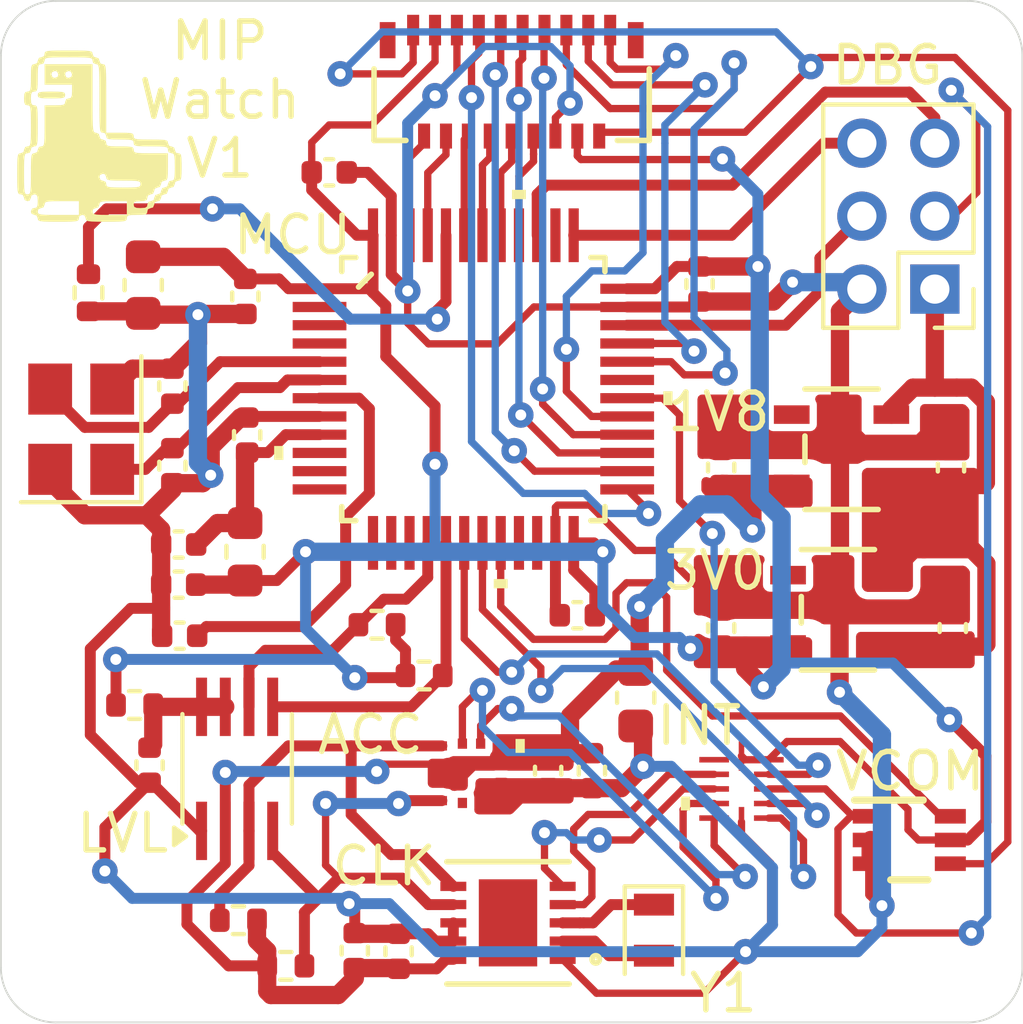
<source format=kicad_pcb>
(kicad_pcb (version 20240108) (generator "pcbnew") (generator_version "8.0")
  (layers (0 "F.Cu" signal) (31 "B.Cu" signal) (34 "B.Paste" user) (35 "F.Paste" user) (36 "B.SilkS" user "B.Silkscreen") (37 "F.SilkS" user "F.Silkscreen") (38 "B.Mask" user) (39 "F.Mask" user) (44 "Edge.Cuts" user))
  (net 0 "")
  (net 1 "GND")
  (net 2 "+3V6")
  (net 3 "+3V0")
  (net 4 "+1V8")
  (net 5 "+3V0A")
  (net 6 "/NRST")
  (net 7 "/HSE_In")
  (net 8 "/HSE_Out")
  (net 9 "/SI7")
  (net 10 "/Vcom")
  (net 11 "/SI0")
  (net 12 "/ENBS")
  (net 13 "/SI5")
  (net 14 "/SI1")
  (net 15 "/SI3")
  (net 16 "/SI2")
  (net 17 "/SI6")
  (net 18 "/SI4")
  (net 19 "/DEN")
  (net 20 "/XRST")
  (net 21 "/Enbg")
  (net 22 "/DBG_AIO")
  (net 23 "/DBG_IO")
  (net 24 "/RTC_CLKO_3V")
  (net 25 "/DBG_CLK")
  (net 26 "/MCO")
  (net 27 "Net-(U6-EN)")
  (net 28 "/BOOT0")
  (net 29 "/I2C1_SCL")
  (net 30 "/I2C1_SDA")
  (net 31 "/1V8_SDA")
  (net 32 "/1V8_SCL")
  (net 35 "/RTC_INT_3V")
  (net 36 "/RTC_CLKO_Sel")
  (net 37 "/ACCEL_Step_3V")
  (net 41 "/ACCEL_Tap_3V")
  (net 43 "/ACCEL_Step")
  (net 44 "/ACCEL_Tap")
  (net 46 "Net-(U9-X1)")
  (net 48 "/RTC_CLKO")
  (net 49 "Net-(U9-X2)")
  (net 50 "/RTC_INT")
  (footprint "STM32U031C8:LQFP48_STM" (layer "F.Cu") (at 42.95 40.64)
    (property "Reference" "U1" (hide yes))
    (property "Value" "STM32U031C8T6" (hide yes))
  )
  (footprint "Capacitor_SMD:C_0402_1005Metric" (layer "F.Cu") (at 36.7 38.1 -90)
    (property "Reference" "C9" (hide yes))
    (property "Value" "100nF" (hide yes))
  )
  (footprint "Capacitor_SMD:C_0402_1005Metric" (layer "F.Cu") (at 45 51.1 -90)
    (property "Reference" "C5" (hide yes))
    (property "Value" "100nF" (hide yes))
  )
  (footprint "SN74LVC1G3157DCKR:DCK0006A_N" (layer "F.Cu") (at 54.9 53)
    (property "Reference" "U8" (hide yes))
    (property "Value" "SN74LVC1G3157DCKR" (hide yes))
  )
  (footprint "Capacitor_SMD:C_0603_1608Metric" (layer "F.Cu") (at 33.9 37.79 -90)
    (property "Reference" "C13" (hide yes))
    (property "Value" "10uF" (hide yes))
  )
  (footprint "LOGO" (layer "F.Cu") (at 32.7 33.8)
    (property "Reference" "G***" (hide yes))
    (property "Value" "LOGO" (hide yes))
  )
  (footprint "Capacitor_SMD:C_0402_1005Metric" (layer "F.Cu") (at 40.9 56.0516 90)
    (property "Reference" "C7" (hide yes))
    (property "Value" "100nF" (hide yes))
  )
  (footprint "Capacitor_SMD:C_0402_1005Metric" (layer "F.Cu") (at 34.7 42.74 90)
    (property "Reference" "C19" (hide yes))
    (property "Value" "10pF" (hide yes))
  )
  (footprint "Resistor_SMD:R_0402_1005Metric" (layer "F.Cu") (at 40.31 47.1 180)
    (property "Reference" "R3" (hide yes))
    (property "Value" "1.8K" (hide yes))
  )
  (footprint "LDO 1.8V Iq=25nA:SOT_233DBVR_TEX" (layer "F.Cu") (at 53.042375 42.29 180)
    (property "Reference" "U4" (hide yes))
    (property "Value" "TPS7A0218PDBVR" (hide yes))
  )
  (footprint "Capacitor_SMD:C_0402_1005Metric" (layer "F.Cu") (at 46.2 51.1 -90)
    (property "Reference" "C21" (hide yes))
    (property "Value" "100nF" (hide yes))
  )
  (footprint "MAX31331TETB+:21-0137_T1033-1C_MXM" (layer "F.Cu") (at 43.9 55.2716 180)
    (property "Reference" "U9" (hide yes))
    (property "Value" "MAX31331TETB+" (hide yes))
  )
  (footprint "Capacitor_SMD:C_0402_1005Metric" (layer "F.Cu") (at 34.7 40.56 90)
    (property "Reference" "C18" (hide yes))
    (property "Value" "10pF" (hide yes))
  )
  (footprint "Capacitor_SMD:C_0402_1005Metric" (layer "F.Cu") (at 56.092375 47.19 90)
    (property "Reference" "C2" (hide yes))
    (property "Value" "1uF" (hide yes))
  )
  (footprint "Capacitor_SMD:C_0402_1005Metric" (layer "F.Cu") (at 39.7 56.0316 90)
    (property "Reference" "C8" (hide yes))
    (property "Value" "1uF" (hide yes))
  )
  (footprint "Capacitor_SMD:C_0402_1005Metric" (layer "F.Cu") (at 39 34.7)
    (property "Reference" "C11" (hide yes))
    (property "Value" "100nF" (hide yes))
  )
  (footprint "Package_SO:SSOP-8_2.95x2.8mm_P0.65mm" (layer "F.Cu") (at 36.475 51.05 90)
    (property "Reference" "U6" (hide yes))
    (property "Value" "PCA9306" (hide yes))
  )
  (footprint "Crystal:Crystal_SMD_2012-2Pin_2.0x1.2mm" (layer "F.Cu") (at 47.9 55.4716 -90)
    (property "Reference" "Y1")
    (property "Value" "128k" (hide yes))
  )
  (footprint "Resistor_SMD:R_0402_1005Metric" (layer "F.Cu") (at 36.51 55.2 180)
    (property "Reference" "R6" (hide yes))
    (property "Value" "1.8K" (hide yes))
  )
  (footprint "Capacitor_SMD:C_0402_1005Metric" (layer "F.Cu") (at 36.75 41.9 90)
    (property "Reference" "C14" (hide yes))
    (property "Value" "10nF" (hide yes))
  )
  (footprint "Connector_PinHeader_2.00mm:PinHeader_2x03_P2.00mm_Vertical" (layer "F.Cu") (at 55.6 37.9 180)
    (property "Reference" "J3" (hide yes))
    (property "Value" "DBG_Con" (hide yes))
  )
  (footprint "Capacitor_SMD:C_0402_1005Metric" (layer "F.Cu") (at 34.9 47.4 180)
    (property "Reference" "C17" (hide yes))
    (property "Value" "100nF" (hide yes))
  )
  (footprint "Resistor_SMD:R_0402_1005Metric" (layer "F.Cu") (at 37.81 56.45)
    (property "Reference" "R5" (hide yes))
    (property "Value" "1.8K" (hide yes))
  )
  (footprint "Crystal:Crystal_SMD_3225-4Pin_3.2x2.5mm" (layer "F.Cu") (at 32.2 41.74 90)
    (property "Reference" "Y2" (hide yes))
    (property "Value" "16MHz" (hide yes))
  )
  (footprint "FPC 19-pin, 0.3mm pitch:CONN19_FH35C-19S-0.3SHW99_HIR" (layer "F.Cu") (at 44 32.199289 180)
    (property "Reference" "J1" (hide yes))
    (property "Value" "FH35C-19S-0.3SHW99" (hide yes))
  )
  (footprint "Capacitor_SMD:C_0402_1005Metric" (layer "F.Cu") (at 34.8725 46 180)
    (property "Reference" "C16" (hide yes))
    (property "Value" "1uF" (hide yes))
  )
  (footprint "Capacitor_SMD:C_0402_1005Metric" (layer "F.Cu") (at 49.742375 47.19 90)
    (property "Reference" "C3" (hide yes))
    (property "Value" "1uF" (hide yes))
  )
  (footprint "Resistor_SMD:R_0402_1005Metric" (layer "F.Cu") (at 32.4 38 -90)
    (property "Reference" "R2" (hide yes))
    (property "Value" "10k" (hide yes))
  )
  (footprint "Capacitor_SMD:C_0402_1005Metric" (layer "F.Cu") (at 49.742375 42.79 90)
    (property "Reference" "C4" (hide yes))
    (property "Value" "1uF" (hide yes))
  )
  (footprint "Capacitor_SMD:C_0603_1608Metric" (layer "F.Cu") (at 47.4 49.1 -90)
    (property "Reference" "C6" (hide yes))
    (property "Value" "10uF" (hide yes))
  )
  (footprint "FXLA0104QFX:UMLP12_1P7X2_ONS" (layer "F.Cu") (at 50.3 51.6 180)
    (property "Reference" "U7" (hide yes))
    (property "Value" "FXLA0104QFX-F106" (hide yes))
  )
  (footprint "Capacitor_SMD:C_0402_1005Metric" (layer "F.Cu") (at 34.8725 44.9 180)
    (property "Reference" "C15" (hide yes))
    (property "Value" "1uF" (hide yes))
  )
  (footprint "Capacitor_SMD:C_0402_1005Metric" (layer "F.Cu") (at 34.075 50.95 90)
    (property "Reference" "C20" (hide yes))
    (property "Value" "100pF" (hide yes))
  )
  (footprint "Capacitor_SMD:C_0402_1005Metric" (layer "F.Cu") (at 45.8 46.84 180)
    (property "Reference" "C10" (hide yes))
    (property "Value" "100nF" (hide yes))
  )
  (footprint "Inductor_SMD:L_0603_1608Metric" (layer "F.Cu") (at 36.6925 45.1 -90)
    (property "Reference" "FB1" (hide yes))
    (property "Value" "FerriteBead" (hide yes))
  )
  (footprint "Resistor_SMD:R_0402_1005Metric" (layer "F.Cu") (at 41.6 48.49)
    (property "Reference" "R4" (hide yes))
    (property "Value" "1.8K" (hide yes))
  )
  (footprint "LDO 3.0V Iq=25nA:SOT23_DBV_TEX" (layer "F.Cu") (at 52.942375 46.69 180)
    (property "Reference" "U5" (hide yes))
    (property "Value" "TPS7A0230PDBVR" (hide yes))
  )
  (footprint "LIS2DS12:LGA-12_2X2X0P86_STM" (layer "F.Cu") (at 42.9 51.1716)
    (property "Reference" "U2" (hide yes))
    (property "Value" "LIS2DS12" (hide yes))
  )
  (footprint "Resistor_SMD:R_0402_1005Metric" (layer "F.Cu") (at 33.665 49.3)
    (property "Reference" "R1" (hide yes))
    (property "Value" "200k" (hide yes))
  )
  (footprint "Capacitor_SMD:C_0402_1005Metric" (layer "F.Cu") (at 49.15 37.76 -90)
    (property "Reference" "C12" (hide yes))
    (property "Value" "100nF" (hide yes))
  )
  (footprint "Capacitor_SMD:C_0402_1005Metric" (layer "F.Cu") (at 56.042375 42.79 90)
    (property "Reference" "C1" (hide yes))
    (property "Value" "1uF" (hide yes))
  )
  (gr_line (start 30 56.5) (end 30 31.5) (stroke (width 0.05)) (layer "Edge.Cuts"))
  (gr_line (start 58 31.5) (end 58 56.5) (stroke (width 0.05)) (layer "Edge.Cuts"))
  (gr_arc (start 56.5 30) (mid 57.56066 30.43934) (end 58 31.5) (stroke (width 0.05)) (layer "Edge.Cuts"))
  (gr_line (start 56.5 58) (end 31.5 58) (stroke (width 0.05)) (layer "Edge.Cuts"))
  (gr_arc (start 58 56.5) (mid 57.56066 57.56066) (end 56.5 58) (stroke (width 0.05)) (layer "Edge.Cuts"))
  (gr_arc (start 31.5 58) (mid 30.43934 57.56066) (end 30 56.5) (stroke (width 0.05)) (layer "Edge.Cuts"))
  (gr_line (start 31.5 30) (end 56.5 30) (stroke (width 0.05)) (layer "Edge.Cuts"))
  (gr_arc (start 30 31.5) (mid 30.43934 30.43934) (end 31.5 30) (stroke (width 0.05)) (layer "Edge.Cuts"))
  (gr_text "DBG" (at 52.7 32.35 0) (layer "F.SilkS") (effects (font (size 1 1)) (justify left bottom)))
  (gr_text "CLK" (at 39 54.3 0) (layer "F.SilkS") (effects (font (size 1 1)) (justify left bottom)))
  (gr_text "ACC" (at 38.6 50.7 0) (layer "F.SilkS") (effects (font (size 1 1)) (justify left bottom)))
  (gr_text "MIP\nWatch\nV1" (at 36 34.9 0) (layer "F.SilkS") (effects (font (size 1 1)) (justify bottom)))
  (gr_text "INT" (at 47.9 50.45 0) (layer "F.SilkS") (effects (font (size 1 1)) (justify left bottom)))
  (gr_text "3V0" (at 48.1 46.2 0) (layer "F.SilkS") (effects (font (size 1 1)) (justify left bottom)))
  (gr_text "1V8" (at 48.2 41.85 0) (layer "F.SilkS") (effects (font (size 1 1)) (justify left bottom)))
  (gr_text "VCOM" (at 52.8 51.7 0) (layer "F.SilkS") (effects (font (size 1 1)) (justify left bottom)))
  (gr_text "MCU" (at 36.3 37 0) (layer "F.SilkS") (effects (font (size 1 1)) (justify left bottom)))
  (gr_text "LVL" (at 32 53.4 0) (layer "F.SilkS") (effects (font (size 1 1)) (justify left bottom)))
  (segment (start 54.427625 42.31) (end 54.407625 42.29) (width 0.3) (layer "F.Cu") (net 1))
  (segment (start 33.845 38.51) (end 33.9 38.565) (width 0.5) (layer "F.Cu") (net 1))
  (segment (start 36.779999 41.390001) (end 38.7336 41.390001) (width 0.3) (layer "F.Cu") (net 1))
  (segment (start 35.4 38.6) (end 35.4 39.38) (width 0.5) (layer "F.Cu") (net 1))
  (segment (start 34.13 51.43) (end 35.45 52.75) (width 0.3) (layer "F.Cu") (net 1))
  (segment (start 45.32 46.84) (end 45.200001 46.720001) (width 0.3) (layer "F.Cu") (net 1))
  (segment (start 53.84 53) (end 53.84 53.65) (width 0.5) (layer "F.Cu") (net 1))
  (segment (start 44.610001 38.389999) (end 47.1664 38.389999) (width 0.2) (layer "F.Cu") (net 1))
  (segment (start 43.6 39.4) (end 44.610001 38.389999) (width 0.2) (layer "F.Cu") (net 1))
  (segment (start 35.45 52.75) (end 35.5 52.75) (width 0.3) (layer "F.Cu") (net 1))
  (segment (start 34 44.1) (end 34.3925 44.4925) (width 0.5) (layer "F.Cu") (net 1))
  (segment (start 53 42.31) (end 53 38.5) (width 0.5) (layer "F.Cu") (net 1))
  (segment (start 34 44.1) (end 32.3 44.1) (width 0.5) (layer "F.Cu") (net 1))
  (segment (start 53 46.69) (end 49.762375 46.69) (width 0.5) (layer "F.Cu") (net 1))
  (segment (start 45.200001 44.8564) (end 45.2 45.063507) (width 0.2) (layer "F.Cu") (net 1))
  (segment (start 41.719116 39.4) (end 43.6 39.4) (width 0.2) (layer "F.Cu") (net 1))
  (segment (start 42.4014 55.2716) (end 42.4014 55.771599) (width 0.3) (layer "F.Cu") (net 1))
  (segment (start 49.742375 42.31) (end 53 42.31) (width 0.5) (layer "F.Cu") (net 1))
  (segment (start 36.75 41.42) (end 36.779999 41.390001) (width 0.3) (layer "F.Cu") (net 1))
  (segment (start 33.935 38.6) (end 33.9 38.565) (width 0.5) (layer "F.Cu") (net 1))
  (segment (start 40.699999 37.499898) (end 40.699999 36.4236) (width 0.3) (layer "F.Cu") (net 1))
  (segment (start 45.2 33.2) (end 45.2 33.705001) (width 0.2) (layer "F.Cu") (net 1))
  (segment (start 31.35 43.15) (end 31.35 42.84) (width 0.5) (layer "F.Cu") (net 1))
  (segment (start 33.56005 46.65) (end 34.3925 46.65) (width 0.3) (layer "F.Cu") (net 1))
  (segment (start 34.3925 46) (end 34.3925 46.65) (width 0.5) (layer "F.Cu") (net 1))
  (segment (start 47.599999 50.980761) (end 47.599999 50.074999) (width 0.5) (layer "F.Cu") (net 1))
  (segment (start 34.075 51.43) (end 33.765001 51.43) (width 0.3) (layer "F.Cu") (net 1))
  (segment (start 47.00076 51.58) (end 46.2 51.58) (width 0.5) (layer "F.Cu") (net 1))
  (segment (start 50.3 52.8319) (end 51.1 53.6319) (width 0.2) (layer "F.Cu") (net 1))
  (segment (start 35.4 39.38) (end 34.7 40.08) (width 0.5) (layer "F.Cu") (net 1))
  (segment (start 34.3925 46.65) (end 34.3925 47.3725) (width 0.5) (layer "F.Cu") (net 1))
  (segment (start 39.7 54.9) (end 39.7 55.5516) (width 0.3) (layer "F.Cu") (net 1))
  (segment (start 33.765001 51.43) (end 32.45 50.114999) (width 0.3) (layer "F.Cu") (net 1))
  (segment (start 48.095882 45.063507) (end 49.742375 46.71) (width 0.2) (layer "F.Cu") (net 1))
  (segment (start 42.5 30.8) (end 42.5 32) (width 0.2) (layer "F.Cu") (net 1))
  (segment (start 45.6 32.8) (end 45.2 33.2) (width 0.2) (layer "F.Cu") (net 1))
  (segment (start 32.9 40.49) (end 33.05 40.64) (width 0.5) (layer "F.Cu") (net 1))
  (segment (start 45.2 45.063507) (end 45.2 43.8801) (width 0.2) (layer "F.Cu") (net 1))
  (segment (start 34.3925 44.4925) (end 34.3925 44.9) (width 0.5) (layer "F.Cu") (net 1))
  (segment (start 53 46.69) (end 53 42.31) (width 0.5) (layer "F.Cu") (net 1))
  (segment (start 40.699999 35.347299) (end 40.699999 36.4236) (width 0.3) (layer "F.Cu") (net 1))
  (segment (start 42.4014 55.771599) (end 41.911599 55.771599) (width 0.3) (layer "F.Cu") (net 1))
  (segment (start 41.911599 55.771599) (end 41.7116 55.5716) (width 0.3) (layer "F.Cu") (net 1))
  (segment (start 47.383407 45.063507) (end 48.095882 45.063507) (width 0.2) (layer "F.Cu") (net 1))
  (segment (start 33.995 38.66) (end 33.9 38.565) (width 0.5) (layer "F.Cu") (net 1))
  (segment (start 42.5 32) (end 41.9 32.6) (width 0.2) (layer "F.Cu") (net 1))
  (segment (start 39.544975 54.744975) (end 39.7 54.9) (width 0.3) (layer "F.Cu") (net 1))
  (segment (start 40.0527 34.7) (end 40.699999 35.347299) (width 0.3) (layer "F.Cu") (net 1))
  (segment (start 32.85 53.85) (end 32.85 52.655) (width 0.3) (layer "F.Cu") (net 1))
  (segment (start 46.326999 57.2) (end 45.3986 56.271601) (width 0.2) (layer "F.Cu") (net 1))
  (segment (start 32.45 47.76005) (end 33.56005 46.65) (width 0.3) (layer "F.Cu") (net 1))
  (segment (start 49.000001 38.389999) (end 49.15 38.24) (width 0.3) (layer "F.Cu") (net 1))
  (segment (start 34.7 43.22) (end 35.53 43.22) (width 0.5) (layer "F.Cu") (net 1))
  (segment (start 36.685 38.565) (end 36.7 38.58) (width 0.5) (layer "F.Cu") (net 1))
  (segment (start 52.988345 48.95) (end 52.988345 46.701655) (width 0.5) (layer "F.Cu") (net 1))
  (segment (start 32.45 50.114999) (end 32.45 47.76005) (width 0.3) (layer "F.Cu") (net 1))
  (segment (start 47.599999 50.980761) (end 47.00076 51.58) (width 0.5) (layer "F.Cu") (net 1))
  (segment (start 54.387625 42.31) (end 54.407625 42.29) (width 0.5) (layer "F.Cu") (net 1))
  (segment (start 35.4 38.6) (end 33.935 38.6) (width 0.5) (layer "F.Cu") (net 1))
  (segment (start 34.3925 47.3725) (end 34.42 47.4) (width 0.5) (layer "F.Cu") (net 1))
  (segment (start 47.599999 50.074999) (end 47.4 49.875) (width 0.5) (layer "F.Cu") (net 1))
  (segment (start 40.9 55.5716) (end 39.72 55.5716) (width 0.5) (layer "F.Cu") (net 1))
  (segment (start 34.7 43.4) (end 34 44.1) (width 0.5) (layer "F.Cu") (net 1))
  (segment (start 39.48 34.7) (end 40.0527 34.7) (width 0.3) (layer "F.Cu") (net 1))
  (segment (start 51.1 53.6319) (end 51.1 55.3735) (width 0.2) (layer "F.Cu") (net 1))
  (segment (start 41.150101 37.95) (end 40.699999 37.499898) (width 0.3) (layer "F.Cu") (net 1))
  (segment (start 45 51.58) (end 46.2 51.58) (width 0.5) (layer "F.Cu") (net 1))
  (segment (start 34.075 51.43) (end 34.13 51.43) (width 0.3) (layer "F.Cu") (net 1))
  (segment (start 32.3 44.1) (end 31.35 43.15) (width 0.5) (layer "F.Cu") (net 1))
  (segment (start 52.988345 46.701655) (end 53 46.69) (width 0.5) (layer "F.Cu") (net 1))
  (segment (start 35.42 38.58) (end 35.4 38.6) (width 0.5) (layer "F.Cu") (net 1))
  (segment (start 53 42.31) (end 54.387625 42.31) (width 0.5) (layer "F.Cu") (net 1))
  (segment (start 50.3 52.5017) (end 50.3 52.8319) (width 0.2) (layer "F.Cu") (net 1))
  (segment (start 53 38.5) (end 53.6 37.9) (width 0.5) (layer "F.Cu") (net 1))
  (segment (start 41.150101 38.830985) (end 41.719116 39.4) (width 0.2) (layer "F.Cu") (net 1))
  (segment (start 54.307625 46.69) (end 53 46.69) (width 0.5) (layer "F.Cu") (net 1))
  (segment (start 35.75 42.231734) (end 36.561734 41.42) (width 0.5) (layer "F.Cu") (net 1))
  (segment (start 49.762375 46.69) (end 49.742375 46.71) (width 0.5) (layer "F.Cu") (net 1))
  (segment (start 45.200001 46.720001) (end 45.200001 44.8564) (width 0.3) (layer "F.Cu") (net 1))
  (segment (start 34.7 43.22) (end 34.7 43.4) (width 0.5) (layer "F.Cu") (net 1))
  (segment (start 35.53 43.22) (end 35.75 43) (width 0.5) (layer "F.Cu") (net 1))
  (segment (start 50.41175 56.06175) (end 49.2735 57.2) (width 0.2) (layer "F.Cu") (net 1))
  (segment (start 41.7116 55.5716) (end 40.9 55.5716) (width 0.3) (layer "F.Cu") (net 1))
  (segment (start 47.1664 38.389999) (end 49.000001 38.389999) (width 0.3) (layer "F.Cu") (net 1))
  (segment (start 33.61 40.08) (end 33.05 40.64) (width 0.5) (layer "F.Cu") (net 1))
  (segment (start 45.2 43.8801) (end 45.2603 43.8198) (width 0.2) (layer "F.Cu") (net 1))
  (segment (start 39.72 55.5716) (end 39.7 55.5516) (width 0.3) (layer "F.Cu") (net 1))
  (segment (start 46.1397 43.8198) (end 47.383407 45.063507) (width 0.2) (layer "F.Cu") (net 1))
  (segment (start 45.2603 43.8198) (end 46.1397 43.8198) (width 0.2) (layer "F.Cu") (net 1))
  (segment (start 32.85 52.655) (end 34.075 51.43) (width 0.3) (layer "F.Cu") (net 1))
  (segment (start 53.84 53.65) (end 53.84 54.49) (width 0.3) (layer "F.Cu") (net 1))
  (segment (start 51.17005 38.24) (end 49.15 38.24) (width 0.5) (layer "F.Cu") (net 1))
  (segment (start 51.7 37.71005) (end 51.17005 38.24) (width 0.5) (layer "F.Cu") (net 1))
  (segment (start 36.7 38.58) (end 35.42 38.58) (width 0.5) (layer "F.Cu") (net 1))
  (segment (start 36.561734 41.42) (end 36.75 41.42) (width 0.5) (layer "F.Cu") (net 1))
  (segment (start 34.7 40.08) (end 33.61 40.08) (width 0.5) (layer "F.Cu") (net 1))
  (segment (start 34.3925 44.9) (end 34.3925 46) (width 0.5) (layer "F.Cu") (net 1))
  (segment (start 35.75 43) (end 35.75 42.231734) (width 0.5) (layer "F.Cu") (net 1))
  (segment (start 49.2735 57.2) (end 46.326999 57.2) (width 0.2) (layer "F.Cu") (net 1))
  (segment (start 51.1 55.3735) (end 50.41175 56.06175) (width 0.2) (layer "F.Cu") (net 1))
  (segment (start 53.84 54.49) (end 54.15 54.8) (width 0.3) (layer "F.Cu") (net 1))
  (segment (start 32.4 38.51) (end 33.845 38.51) (width 0.5) (layer "F.Cu") (net 1))
  (segment (start 41.150101 37.95) (end 41.150101 38.830985) (width 0.2) (layer "F.Cu") (net 1))
  (via (at 45.6 32.8) (size 0.7) (drill 0.3) (layers "F.Cu" "B.Cu") (net 1))
  (via (at 52.988345 48.95) (size 0.7) (drill 0.3) (layers "F.Cu" "B.Cu") (net 1))
  (via (at 47.599999 50.980761) (size 0.7) (drill 0.3) (layers "F.Cu" "B.Cu") (net 1))
  (via (at 51.7 37.71005) (size 0.7) (drill 0.3) (layers "F.Cu" "B.Cu") (net 1))
  (via (at 35.75 43) (size 0.7) (drill 0.3) (layers "F.Cu" "B.Cu") (net 1))
  (via (at 41.9 32.6) (size 0.7) (drill 0.3) (layers "F.Cu" "B.Cu") (net 1))
  (via (at 50.41175 56.06175) (size 0.7) (drill 0.3) (layers "F.Cu" "B.Cu") (net 1))
  (via (at 39.544975 54.744975) (size 0.7) (drill 0.3) (layers "F.Cu" "B.Cu") (net 1))
  (via (at 35.4 38.6) (size 0.7) (drill 0.3) (layers "F.Cu" "B.Cu") (net 1))
  (via (at 54.15 54.8) (size 0.7) (drill 0.3) (layers "F.Cu" "B.Cu") (net 1))
  (via (at 41.150101 37.95) (size 0.7) (drill 0.3) (layers "F.Cu" "B.Cu") (net 1))
  (via (at 32.85 53.85) (size 0.7) (drill 0.3) (layers "F.Cu" "B.Cu") (net 1))
  (segment (start 43.25 31.25) (end 41.9 32.6) (width 0.2) (layer "B.Cu") (net 1))
  (segment (start 45.069239 31.25) (end 43.25 31.25) (width 0.2) (layer "B.Cu") (net 1))
  (segment (start 47.599999 50.980761) (end 48.370711 50.980761) (width 0.3) (layer "B.Cu") (net 1))
  (segment (start 45.6 32.8) (end 45.6 31.780761) (width 0.2) (layer "B.Cu") (net 1))
  (segment (start 41.96175 56.06175) (end 50.41175 56.06175) (width 0.3) (layer "B.Cu") (net 1))
  (segment (start 51.15 53.76005) (end 51.15 55.3235) (width 0.3) (layer "B.Cu") (net 1))
  (segment (start 53.48825 56.06175) (end 50.41175 56.06175) (width 0.3) (layer "B.Cu") (net 1))
  (segment (start 51.15 55.3235) (end 50.41175 56.06175) (width 0.3) (layer "B.Cu") (net 1))
  (segment (start 53.41005 37.71005) (end 53.6 37.9) (width 0.5) (layer "B.Cu") (net 1))
  (segment (start 40.644975 54.744975) (end 41.96175 56.06175) (width 0.3) (layer "B.Cu") (net 1))
  (segment (start 39.4 54.6) (end 33.6 54.6) (width 0.3) (layer "B.Cu") (net 1))
  (segment (start 54.15 50.111655) (end 54.15 54.8) (width 0.5) (layer "B.Cu") (net 1))
  (segment (start 51.7 37.71005) (end 53.41005 37.71005) (width 0.5) (layer "B.Cu") (net 1))
  (segment (start 41.150101 33.349899) (end 41.150101 37.95) (width 0.3) (layer "B.Cu") (net 1))
  (segment (start 48.370711 50.980761) (end 51.15 53.76005) (width 0.3) (layer "B.Cu") (net 1))
  (segment (start 45.6 31.780761) (end 45.069239 31.25) (width 0.2) (layer "B.Cu") (net 1))
  (segment (start 52.988345 48.95) (end 54.15 50.111655) (width 0.5) (layer "B.Cu") (net 1))
  (segment (start 41.9 32.6) (end 41.150101 33.349899) (width 0.3) (layer "B.Cu") (net 1))
  (segment (start 39.544975 54.744975) (end 40.644975 54.744975) (width 0.3) (layer "B.Cu") (net 1))
  (segment (start 35.4 38.6) (end 35.4 42.65) (width 0.5) (layer "B.Cu") (net 1))
  (segment (start 39.544975 54.744975) (end 39.4 54.6) (width 0.3) (layer "B.Cu") (net 1))
  (segment (start 54.15 55.4) (end 53.48825 56.06175) (width 0.3) (layer "B.Cu") (net 1))
  (segment (start 54.15 54.8) (end 54.15 55.4) (width 0.3) (layer "B.Cu") (net 1))
  (segment (start 33.6 54.6) (end 32.85 53.85) (width 0.3) (layer "B.Cu") (net 1))
  (segment (start 35.4 42.65) (end 35.75 43) (width 0.5) (layer "B.Cu") (net 1))
  (segment (start 56.6 40.6) (end 56.2 40.6) (width 0.5) (layer "F.Cu") (net 2))
  (segment (start 57 41) (end 56.6 40.6) (width 0.5) (layer "F.Cu") (net 2))
  (segment (start 56.056187 47.7) (end 56.943812 47.7) (width 0.5) (layer "F.Cu") (net 2))
  (segment (start 55.6 40.6) (end 55 40.6) (width 0.5) (layer "F.Cu") (net 2))
  (segment (start 57.013812 45.43) (end 56.613812 45.03) (width 0.5) (layer "F.Cu") (net 2))
  (segment (start 55.6 37.9) (end 55.6 40.6) (width 0.5) (layer "F.Cu") (net 2))
  (segment (start 55.3 45.03) (end 55.013812 45.03) (width 0.5) (layer "F.Cu") (net 2))
  (segment (start 56.042375 43.27) (end 56.93 43.27) (width 0.5) (layer "F.Cu") (net 2))
  (segment (start 54.407625 41.192375) (end 54.407625 41.34004) (width 0.5) (layer "F.Cu") (net 2))
  (segment (start 57.013812 47.63) (end 57.013812 45.43) (width 0.5) (layer "F.Cu") (net 2))
  (segment (start 55 40.6) (end 54.407625 41.192375) (width 0.5) (layer "F.Cu") (net 2))
  (segment (start 56.2 40.6) (end 55.6 40.6) (width 0.5) (layer "F.Cu") (net 2))
  (segment (start 56.613812 45.03) (end 55.3 45.03) (width 0.5) (layer "F.Cu") (net 2))
  (segment (start 55.3 43.23996) (end 56.012335 43.23996) (width 0.5) (layer "F.Cu") (net 2))
  (segment (start 55.013812 45.03) (end 54.421437 45.622375) (width 0.5) (layer "F.Cu") (net 2))
  (segment (start 55.3 45.03) (end 55.3 43.23996) (width 0.5) (layer "F.Cu") (net 2))
  (segment (start 56.93 43.27) (end 57 43.2) (width 0.5) (layer "F.Cu") (net 2))
  (segment (start 54.421437 45.622375) (end 54.421437 45.77004) (width 0.5) (layer "F.Cu") (net 2))
  (segment (start 54.407625 45.639999) (end 54.307625 45.739999) (width 0.5) (layer "F.Cu") (net 2))
  (segment (start 56.012335 43.23996) (end 56.042375 43.27) (width 0.5) (layer "F.Cu") (net 2))
  (segment (start 56.943812 47.7) (end 57.013812 47.63) (width 0.5) (layer "F.Cu") (net 2))
  (segment (start 57 43.2) (end 57 41) (width 0.5) (layer "F.Cu") (net 2))
  (segment (start 54.407625 43.23996) (end 55.3 43.23996) (width 0.5) (layer "F.Cu") (net 2))
  (segment (start 46.28 46.84) (end 46.28 46.18) (width 0.3) (layer "F.Cu") (net 3))
  (segment (start 49.762149 34.347901) (end 45.899999 34.347901) (width 0.2) (layer "F.Cu") (net 3))
  (segment (start 37.62 37.62) (end 37.89 37.89) (width 0.3) (layer "F.Cu") (net 3))
  (segment (start 33.155 49.3) (end 33.155 48.055) (width 0.3) (layer "F.Cu") (net 3))
  (segment (start 51.0493 50.799999) (end 51.549299 50.3) (width 0.2) (layer "F.Cu") (net 3))
  (segment (start 41.899999 31.665659) (end 40.165658 33.4) (width 0.2) (layer "F.Cu") (net 3))
  (segment (start 45.899999 34.347901) (end 45.799999 34.247901) (width 0.2) (layer "F.Cu") (net 3))
  (segment (start 50.399999 50.799999) (end 51.0493 50.799999) (width 0.2) (layer "F.Cu") (net 3))
  (segment (start 45.7 45.6) (end 45.7 44.8564) (width 0.3) (layer "F.Cu") (net 3))
  (segment (start 48.9 47.75) (end 49.662375 47.75) (width 0.3) (layer "F.Cu") (net 3))
  (segment (start 41.899999 30.8) (end 41.899999 31.665659) (width 0.2) (layer "F.Cu") (net 3))
  (segment (start 50.4 48.3) (end 50.9 48.8) (width 0.5) (layer "F.Cu") (net 3))
  (segment (start 50.75 37.28) (end 49.15 37.28) (width 0.5) (layer "F.Cu") (net 3))
  (segment (start 57 52.5) (end 56.5 53) (width 0.3) (layer "F.Cu") (net 3))
  (segment (start 40.82 47.1) (end 40.82 47.52) (width 0.3) (layer "F.Cu") (net 3))
  (segment (start 49.15 37.28) (end 48.53 37.28) (width 0.3) (layer "F.Cu") (net 3))
  (segment (start 49.780025 34.330025) (end 49.762149 34.347901) (width 0.2) (layer "F.Cu") (net 3))
  (segment (start 50.4 47.67) (end 50.4 48.3) (width 0.5) (layer "F.Cu") (net 3))
  (segment (start 40.55 39.75) (end 41.9 41.1) (width 0.3) (layer "F.Cu") (net 3))
  (segment (start 41.03 48.55) (end 41.09 48.49) (width 0.3) (layer "F.Cu") (net 3))
  (segment (start 48.53 37.28) (end 47.92 37.89) (width 0.3) (layer "F.Cu") (net 3))
  (segment (start 54.865 52.165) (end 54.865 52.717072) (width 0.2) (layer "F.Cu") (net 3))
  (segment (start 39.7603 36.4236) (end 38.52 35.1833) (width 0.3) (layer "F.Cu") (net 3))
  (segment (start 36.58 46) (end 36.6925 45.8875) (width 0.5) (layer "F.Cu") (net 3))
  (segment (start 50.4 47.67) (end 51.547126 47.67) (width 0.5) (layer "F.Cu") (net 3))
  (segment (start 41.9 41.1) (end 41.9 42.7) (width 0.3) (layer "F.Cu") (net 3))
  (segment (start 49.742375 47.67) (end 50.4 47.67) (width 0.5) (layer "F.Cu") (net 3))
  (segment (start 53 50.3) (end 54.865 52.165) (width 0.2) (layer "F.Cu") (net 3))
  (segment (start 51.549299 50.3) (end 53 50.3) (width 0.2) (layer "F.Cu") (net 3))
  (segment (start 54.865 52.717072) (end 55.147928 53) (width 0.2) (layer "F.Cu") (net 3))
  (segment (start 40.2 36.4236) (end 40.2 38) (width 0.3) (layer "F.Cu") (net 3))
  (segment (start 49.662375 47.75) (end 49.742375 47.67) (width 0.3) (layer "F.Cu") (net 3))
  (segment (start 39 33.4) (end 38.52 33.88) (width 0.2) (layer "F.Cu") (net 3))
  (segment (start 33.9 37.015) (end 36.095 37.015) (width 0.5) (layer "F.Cu") (net 3))
  (segment (start 38.7336 37.89) (end 40.09 37.89) (width 0.3) (layer "F.Cu") (net 3))
  (segment (start 46.28 46.18) (end 45.7 45.6) (width 0.3) (layer "F.Cu") (net 3))
  (segment (start 37.5625 45.8875) (end 38.35 45.1) (width 0.3) (layer "F.Cu") (net 3))
  (segment (start 36.095 37.015) (end 36.7 37.62) (width 0.5) (layer "F.Cu") (net 3))
  (segment (start 39.7 48.55) (end 41.03 48.55) (width 0.3) (layer "F.Cu") (net 3))
  (segment (start 40.2 36.4236) (end 39.7603 36.4236) (width 0.3) (layer "F.Cu") (net 3))
  (segment (start 40.55 38.35) (end 40.55 39.75) (width 0.3) (layer "F.Cu") (net 3))
  (segment (start 56.5 53) (end 55.76 53) (width 0.3) (layer "F.Cu") (net 3))
  (segment (start 50.3 50.6983) (end 50.3 50.7) (width 0.2) (layer "F.Cu") (net 3))
  (segment (start 57 50.7) (end 57 52.5) (width 0.3) (layer "F.Cu") (net 3))
  (segment (start 55.147928 53) (end 55.76 53) (width 0.2) (layer "F.Cu") (net 3))
  (segment (start 37.89 37.89) (end 38.7336 37.89) (width 0.3) (layer "F.Cu") (net 3))
  (segment (start 41.09 47.79) (end 41.09 48.49) (width 0.3) (layer "F.Cu") (net 3))
  (segment (start 36.6925 45.8875) (end 37.5625 45.8875) (width 0.3) (layer "F.Cu") (net 3))
  (segment (start 36.7 37.62) (end 37.62 37.62) (width 0.3) (layer "F.Cu") (net 3))
  (segment (start 40.82 47.52) (end 41.09 47.79) (width 0.3) (layer "F.Cu") (net 3))
  (segment (start 45.799999 34.247901) (end 45.799999 33.705001) (width 0.2) (layer "F.Cu") (net 3))
  (segment (start 50.3 50.7) (end 50.399999 50.799999) (width 0.2) (layer "F.Cu") (net 3))
  (segment (start 40.09 37.89) (end 40.2 38) (width 0.3) (layer "F.Cu") (net 3))
  (segment (start 40.165658 33.4) (end 39 33.4) (width 0.2) (layer "F.Cu") (net 3))
  (segment (start 56 49.7) (end 57 50.7) (width 0.3) (layer "F.Cu") (net 3))
  (segment (start 47.92 37.89) (end 47.1664 37.89) (width 0.3) (layer "F.Cu") (net 3))
  (segment (start 35.3525 46) (end 36.58 46) (width 0.5) (layer "F.Cu") (net 3))
  (segment (start 40.2 38) (end 40.55 38.35) (width 0.3) (layer "F.Cu") (net 3))
  (segment (start 46.5 45.1) (end 46.2564 44.8564) (width 0.3) (layer "F.Cu") (net 3))
  (segment (start 38.52 33.88) (end 38.52 34.7) (width 0.2) (layer "F.Cu") (net 3))
  (segment (start 33.155 48.055) (end 33.15 48.05) (width 0.3) (layer "F.Cu") (net 3))
  (segment (start 46.2564 44.8564) (end 45.7 44.8564) (width 0.3) (layer "F.Cu") (net 3))
  (segment (start 51.547126 47.67) (end 51.577125 47.640001) (width 0.5) (layer "F.Cu") (net 3))
  (segment (start 38.52 35.1833) (end 38.52 34.7) (width 0.3) (layer "F.Cu") (net 3))
  (via (at 41.9 42.7) (size 0.7) (drill 0.3) (layers "F.Cu" "B.Cu") (net 3))
  (via (at 46.5 45.1) (size 0.7) (drill 0.3) (layers "F.Cu" "B.Cu") (net 3))
  (via (at 50.9 48.8) (size 0.7) (drill 0.3) (layers "F.Cu" "B.Cu") (net 3))
  (via (at 50.75 37.28) (size 0.7) (drill 0.3) (layers "F.Cu" "B.Cu") (net 3))
  (via (at 56 49.7) (size 0.7) (drill 0.3) (layers "F.Cu" "B.Cu") (net 3))
  (via (at 38.35 45.1) (size 0.7) (drill 0.3) (layers "F.Cu" "B.Cu") (net 3))
  (via (at 39.7 48.55) (size 0.7) (drill 0.3) (layers "F.Cu" "B.Cu") (net 3))
  (via (at 48.9 47.75) (size 0.7) (drill 0.3) (layers "F.Cu" "B.Cu") (net 3))
  (via (at 33.15 48.05) (size 0.7) (drill 0.3) (layers "F.Cu" "B.Cu") (net 3))
  (via (at 49.780025 34.330025) (size 0.7) (drill 0.3) (layers "F.Cu" "B.Cu") (net 3))
  (segment (start 49.780025 34.330025) (end 50.75 35.3) (width 0.3) (layer "B.Cu") (net 3))
  (segment (start 46.5 46.57995) (end 46.5 45.1) (width 0.3) (layer "B.Cu") (net 3))
  (segment (start 51.4 44.168629) (end 51.4 48.3) (width 0.5) (layer "B.Cu") (net 3))
  (segment (start 33.15 48.05) (end 39.2 48.05) (width 0.3) (layer "B.Cu") (net 3))
  (segment (start 47.37005 47.45) (end 46.5 46.57995) (width 0.3) (layer "B.Cu") (net 3))
  (segment (start 38.35 47.2) (end 39.7 48.55) (width 0.3) (layer "B.Cu") (net 3))
  (segment (start 38.35 45.1) (end 38.35 47.2) (width 0.3) (layer "B.Cu") (net 3))
  (segment (start 46.5 45.1) (end 41.9 45.1) (width 0.5) (layer "B.Cu") (net 3))
  (segment (start 50.75 37.28) (end 50.8 37.33) (width 0.5) (layer "B.Cu") (net 3))
  (segment (start 39.2 48.05) (end 39.7 48.55) (width 0.3) (layer "B.Cu") (net 3))
  (segment (start 50.75 35.3) (end 50.75 37.28) (width 0.3) (layer "B.Cu") (net 3))
  (segment (start 48.9 47.75) (end 48.598527 47.448527) (width 0.3) (layer "B.Cu") (net 3))
  (segment (start 41.9 42.7) (end 41.9 45.1) (width 0.3) (layer "B.Cu") (net 3))
  (segment (start 50.8 37.33) (end 50.8 43.568629) (width 0.5) (layer "B.Cu") (net 3))
  (segment (start 41.9 45.1) (end 38.35 45.1) (width 0.5) (layer "B.Cu") (net 3))
  (segment (start 51.55 48.15) (end 54.45 48.15) (width 0.3) (layer "B.Cu") (net 3))
  (segment (start 50.9 48.8) (end 51.55 48.15) (width 0.3) (layer "B.Cu") (net 3))
  (segment (start 48.598527 47.45) (end 47.37005 47.45) (width 0.3) (layer "B.Cu") (net 3))
  (segment (start 50.8 43.568629) (end 51.4 44.168629) (width 0.5) (layer "B.Cu") (net 3))
  (segment (start 51.4 48.3) (end 50.9 48.8) (width 0.5) (layer "B.Cu") (net 3))
  (segment (start 54.45 48.15) (end 56 49.7) (width 0.3) (layer "B.Cu") (net 3))
  (segment (start 51.647085 43.27) (end 51.677125 43.23996) (width 0.5) (layer "F.Cu") (net 4))
  (segment (start 40.3 51.121599) (end 40.499999 50.9216) (width 0.2) (layer "F.Cu") (net 4))
  (segment (start 37.3 57.15) (end 37.4 57.25) (width 0.5) (layer "F.Cu") (net 4))
  (segment (start 51.677125 43.23996) (end 50.6 43.23996) (width 0.5) (layer "F.Cu") (net 4))
  (segment (start 47.51 48.215) (end 47.4 48.325) (width 0.5) (layer "F.Cu") (net 4))
  (segment (start 36.15 51.15) (end 36.15 52.75) (width 0.3) (layer "F.Cu") (net 4))
  (segment (start 36.240366 56.45) (end 37.3 56.45) (width 0.3) (layer "F.Cu") (net 4))
  (segment (start 37.3 56.45) (end 37.3 57.15) (width 0.5) (layer "F.Cu") (net 4))
  (segment (start 40.499999 50.9216) (end 42.0872 50.9216) (width 0.2) (layer "F.Cu") (net 4))
  (segment (start 37.3 56.04) (end 37.02 55.76) (width 0.5) (layer "F.Cu") (net 4))
  (segment (start 42.2 56.2716) (end 41.94 56.5316) (width 0.3) (layer "F.Cu") (net 4))
  (segment (start 41.94 56.5316) (end 40.9 56.5316) (width 0.3) (layer "F.Cu") (net 4))
  (segment (start 36.15 53.642894) (end 35.1 54.692894) (width 0.3) (layer "F.Cu") (net 4))
  (segment (start 35.1 54.692894) (end 35.1 55.309634) (width 0.3) (layer "F.Cu") (net 4))
  (segment (start 39.7 56.5116) (end 40.88 56.5116) (width 0.5) (layer "F.Cu") (net 4))
  (segment (start 49.772415 43.23996) (end 49.742375 43.27) (width 0.5) (layer "F.Cu") (net 4))
  (segment (start 37.3 56.45) (end 37.3 56.04) (width 0.5) (layer "F.Cu") (net 4))
  (segment (start 37.4 57.25) (end 39.241599 57.25) (width 0.5) (layer "F.Cu") (net 4))
  (segment (start 39.241599 57.25) (end 39.7 56.791599) (width 0.5) (layer "F.Cu") (net 4))
  (segment (start 45.6 50.62) (end 45.6 49.6) (width 0.5) (layer "F.Cu") (net 4))
  (segment (start 36.15 52.75) (end 36.15 53.642894) (width 0.3) (layer "F.Cu") (net 4))
  (segment (start 42.4014 56.271601) (end 42.200001 56.271601) (width 0.3) (layer "F.Cu") (net 4))
  (segment (start 50.6 43.23996) (end 49.772415 43.23996) (width 0.5) (layer "F.Cu") (net 4))
  (segment (start 35.1 55.309634) (end 36.240366 56.45) (width 0.3) (layer "F.Cu") (net 4))
  (segment (start 42.200001 56.271601) (end 42.2 56.2716) (width 0.3) (layer "F.Cu") (net 4))
  (segment (start 46.2 50.62) (end 45.6 50.62) (width 0.5) (layer "F.Cu") (net 4))
  (segment (start 47.51 46.6) (end 47.51 48.215) (width 0.5) (layer "F.Cu") (net 4))
  (segment (start 39.7 56.791599) (end 39.7 56.5116) (width 0.5) (layer "F.Cu") (net 4))
  (segment (start 46.875 48.325) (end 47.4 48.325) (width 0.5) (layer "F.Cu") (net 4))
  (segment (start 45.6 49.6) (end 46.875 48.325) (width 0.5) (layer "F.Cu") (net 4))
  (segment (start 45.6 50.62) (end 45 50.62) (width 0.5) (layer "F.Cu") (net 4))
  (segment (start 39.72 56.5316) (end 39.7 56.5116) (width 0.3) (layer "F.Cu") (net 4))
  (segment (start 40.88 56.5116) (end 40.9 56.5316) (width 0.5) (layer "F.Cu") (net 4))
  (segment (start 37.02 55.76) (end 37.02 55.2) (width 0.5) (layer "F.Cu") (net 4))
  (segment (start 50.6 43.23996) (end 50.6 44.5) (width 0.5) (layer "F.Cu") (net 4))
  (via (at 40.3 51.121599) (size 0.7) (drill 0.3) (layers "F.Cu" "B.Cu") (net 4))
  (via (at 47.51 46.6) (size 0.7) (drill 0.3) (layers "F.Cu" "B.Cu") (net 4))
  (via (at 36.15 51.15) (size 0.7) (drill 0.3) (layers "F.Cu" "B.Cu") (net 4))
  (via (at 50.6 44.5) (size 0.7) (drill 0.3) (layers "F.Cu" "B.Cu") (net 4))
  (segment (start 47.51 46.6) (end 48.2 45.91) (width 0.5) (layer "B.Cu") (net 4))
  (segment (start 40.3 51.121599) (end 36.178401 51.121599) (width 0.3) (layer "B.Cu") (net 4))
  (segment (start 48.2 44.768629) (end 49.168629 43.8) (width 0.5) (layer "B.Cu") (net 4))
  (segment (start 48.2 45.91) (end 48.2 44.768629) (width 0.5) (layer "B.Cu") (net 4))
  (segment (start 36.178401 51.121599) (end 36.15 51.15) (width 0.3) (layer "B.Cu") (net 4))
  (segment (start 49.9 43.8) (end 50.6 44.5) (width 0.5) (layer "B.Cu") (net 4))
  (segment (start 49.168629 43.8) (end 49.9 43.8) (width 0.5) (layer "B.Cu") (net 4))
  (segment (start 36.6925 42.4375) (end 36.75 42.38) (width 0.5) (layer "F.Cu") (net 5))
  (segment (start 37.81 41.89) (end 37.32 42.38) (width 0.3) (layer "F.Cu") (net 5))
  (segment (start 36.6925 44.3125) (end 35.94 44.3125) (width 0.5) (layer "F.Cu") (net 5))
  (segment (start 38.7336 41.89) (end 37.81 41.89) (width 0.3) (layer "F.Cu") (net 5))
  (segment (start 37.32 42.38) (end 36.75 42.38) (width 0.3) (layer "F.Cu") (net 5))
  (segment (start 35.94 44.3125) (end 35.3525 44.9) (width 0.5) (layer "F.Cu") (net 5))
  (segment (start 36.6925 44.3125) (end 36.6925 42.4375) (width 0.5) (layer "F.Cu") (net 5))
  (segment (start 40.1 43.49) (end 40.1 41.180101) (width 0.3) (layer "F.Cu") (net 6))
  (segment (start 39.809899 40.89) (end 38.7336 40.89) (width 0.3) (layer "F.Cu") (net 6))
  (segment (start 38.3 47.15) (end 39.45 46) (width 0.3) (layer "F.Cu") (net 6))
  (segment (start 40.1 41.180101) (end 39.809899 40.89) (width 0.3) (layer "F.Cu") (net 6))
  (segment (start 39.45 44.14) (end 40.1 43.49) (width 0.3) (layer "F.Cu") (net 6))
  (segment (start 35.63 47.15) (end 38.3 47.15) (width 0.3) (layer "F.Cu") (net 6))
  (segment (start 39.45 46) (end 39.45 44.14) (width 0.3) (layer "F.Cu") (net 6))
  (segment (start 35.38 47.4) (end 35.63 47.15) (width 0.3) (layer "F.Cu") (net 6))
  (segment (start 34.7 41.04) (end 34.05 41.69) (width 0.3) (layer "F.Cu") (net 7))
  (segment (start 34.86 41.04) (end 36.010001 39.889999) (width 0.3) (layer "F.Cu") (net 7))
  (segment (start 34.05 41.69) (end 32.3 41.69) (width 0.3) (layer "F.Cu") (net 7))
  (segment (start 32.3 41.69) (end 31.35 40.74) (width 0.3) (layer "F.Cu") (net 7))
  (segment (start 36.010001 39.889999) (end 38.7336 39.889999) (width 0.3) (layer "F.Cu") (net 7))
  (segment (start 31.35 40.74) (end 31.35 40.64) (width 0.3) (layer "F.Cu") (net 7))
  (segment (start 34.7 41.04) (end 34.86 41.04) (width 0.3) (layer "F.Cu") (net 7))
  (segment (start 36.5 40.6) (end 34.84 42.26) (width 0.3) (layer "F.Cu") (net 8))
  (segment (start 38.7336 40.39) (end 37.857 40.39) (width 0.3) (layer "F.Cu") (net 8))
  (segment (start 37.647 40.6) (end 36.5 40.6) (width 0.3) (layer "F.Cu") (net 8))
  (segment (start 34.7 42.26) (end 34.54 42.26) (width 0.3) (layer "F.Cu") (net 8))
  (segment (start 34.84 42.26) (end 34.7 42.26) (width 0.3) (layer "F.Cu") (net 8))
  (segment (start 34.54 42.26) (end 33.96 42.84) (width 0.3) (layer "F.Cu") (net 8))
  (segment (start 33.96 42.84) (end 33.05 42.84) (width 0.3) (layer "F.Cu") (net 8))
  (segment (start 37.857 40.39) (end 37.647 40.6) (width 0.3) (layer "F.Cu") (net 8))
  (segment (start 43.400001 34.3) (end 43.2 34.500001) (width 0.2) (layer "F.Cu") (net 9))
  (segment (start 43.2 34.500001) (end 43.2 36.4236) (width 0.2) (layer "F.Cu") (net 9))
  (segment (start 43.400001 33.705001) (end 43.400001 34.3) (width 0.2) (layer "F.Cu") (net 9))
  (segment (start 55.76 53.65) (end 57 53.65) (width 0.2) (layer "F.Cu") (net 10))
  (segment (start 52.2 31.8) (end 50.4 33.6) (width 0.2) (layer "F.Cu") (net 10))
  (segment (start 52.45 31.55) (end 52.2 31.8) (width 0.2) (layer "F.Cu") (net 10))
  (segment (start 57 53.65) (end 57.6 53.05) (width 0.2) (layer "F.Cu") (net 10))
  (segment (start 41.3 31.687303) (end 41.3 30.8) (width 0.2) (layer "F.Cu") (net 10))
  (segment (start 46.505001 33.6) (end 46.4 33.705001) (width 0.2) (layer "F.Cu") (net 10))
  (segment (start 50.4 33.6) (end 46.505001 33.6) (width 0.2) (layer "F.Cu") (net 10))
  (segment (start 40.987303 32) (end 41.3 31.687303) (width 0.2) (layer "F.Cu") (net 10))
  (segment (start 57.6 33) (end 56.15 31.55) (width 0.2) (layer "F.Cu") (net 10))
  (segment (start 56.15 31.55) (end 52.45 31.55) (width 0.2) (layer "F.Cu") (net 10))
  (segment (start 57.6 53.05) (end 57.6 33) (width 0.2) (layer "F.Cu") (net 10))
  (segment (start 39.3 32) (end 40.987303 32) (width 0.2) (layer "F.Cu") (net 10))
  (via (at 52.2 31.8) (size 0.7) (drill 0.3) (layers "F.Cu" "B.Cu") (net 10))
  (via (at 39.3 32) (size 0.7) (drill 0.3) (layers "F.Cu" "B.Cu") (net 10))
  (segment (start 40.45 30.85) (end 39.3 32) (width 0.2) (layer "B.Cu") (net 10))
  (segment (start 52.2 31.8) (end 51.25 30.85) (width 0.2) (layer "B.Cu") (net 10))
  (segment (start 51.25 30.85) (end 40.45 30.85) (width 0.2) (layer "B.Cu") (net 10))
  (segment (start 45.69 41.89) (end 47.1664 41.89) (width 0.2) (layer "F.Cu") (net 11))
  (segment (start 44.85 40.636636) (end 44.85 41.05) (width 0.2) (layer "F.Cu") (net 11))
  (segment (start 44.887049 32.11865) (end 44.887049 30.812952) (width 0.2) (layer "F.Cu") (net 11))
  (segment (start 44.887049 30.812952) (end 44.900001 30.8) (width 0.2) (layer "F.Cu") (net 11))
  (segment (start 44.85 41.05) (end 45.69 41.89) (width 0.2) (layer "F.Cu") (net 11))
  (via (at 44.85 40.636636) (size 0.7) (drill 0.3) (layers "F.Cu" "B.Cu") (net 11))
  (via (at 44.887049 32.11865) (size 0.7) (drill 0.3) (layers "F.Cu" "B.Cu") (net 11))
  (segment (start 44.85 32.155699) (end 44.85 40.636636) (width 0.2) (layer "B.Cu") (net 11))
  (segment (start 44.887049 32.11865) (end 44.85 32.155699) (width 0.2) (layer "B.Cu") (net 11))
  (segment (start 44.599999 34.199999) (end 44.599999 33.705001) (width 0.2) (layer "F.Cu") (net 12))
  (segment (start 44.6 34.2) (end 44.599999 34.199999) (width 0.2) (layer "F.Cu") (net 12))
  (segment (start 44.2 36.4236) (end 44.2 34.8) (width 0.2) (layer "F.Cu") (net 12))
  (segment (start 44.6 34.4) (end 44.6 34.2) (width 0.2) (layer "F.Cu") (net 12))
  (segment (start 44.2 34.8) (end 44.6 34.4) (width 0.2) (layer "F.Cu") (net 12))
  (segment (start 41.7 36.4236) (end 41.7 34.713001) (width 0.2) (layer "F.Cu") (net 13))
  (segment (start 41.7 34.713001) (end 42.200001 34.213) (width 0.2) (layer "F.Cu") (net 13))
  (segment (start 42.200001 34.213) (end 42.200001 33.705001) (width 0.2) (layer "F.Cu") (net 13))
  (segment (start 48.730761 40.25) (end 49.8 40.25) (width 0.2) (layer "F.Cu") (net 14))
  (segment (start 45.5 31.75) (end 46.7 32.95) (width 0.2) (layer "F.Cu") (net 14))
  (segment (start 46.7 32.95) (end 49.569239 32.95) (width 0.2) (layer "F.Cu") (net 14))
  (segment (start 48.37076 39.889999) (end 48.730761 40.25) (width 0.2) (layer "F.Cu") (net 14))
  (segment (start 49.569239 32.95) (end 50.1 32.419239) (width 0.2) (layer "F.Cu") (net 14))
  (segment (start 49.8 40.25) (end 49.85 40.2) (width 0.2) (layer "F.Cu") (net 14))
  (segment (start 47.1664 39.889999) (end 48.37076 39.889999) (width 0.2) (layer "F.Cu") (net 14))
  (segment (start 50.1 32.419239) (end 50.1 31.7) (width 0.2) (layer "F.Cu") (net 14))
  (segment (start 45.5 30.8) (end 45.5 31.75) (width 0.2) (layer "F.Cu") (net 14))
  (via (at 49.85 40.2) (size 0.7) (drill 0.3) (layers "F.Cu" "B.Cu") (net 14))
  (via (at 50.1 31.7) (size 0.7) (drill 0.3) (layers "F.Cu" "B.Cu") (net 14))
  (segment (start 49.85 40.2) (end 49.9 40.15) (width 0.2) (layer "B.Cu") (net 14))
  (segment (start 49 33.519239) (end 49 33.7) (width 0.2) (layer "B.Cu") (net 14))
  (segment (start 49 38.680761) (end 49 33.7) (width 0.2) (layer "B.Cu") (net 14))
  (segment (start 49.9 40.15) (end 49.9 39.580761) (width 0.2) (layer "B.Cu") (net 14))
  (segment (start 50.1 32.419239) (end 49 33.519239) (width 0.2) (layer "B.Cu") (net 14))
  (segment (start 50.1 31.7) (end 50.1 32.419239) (width 0.2) (layer "B.Cu") (net 14))
  (segment (start 49.9 39.580761) (end 49 38.680761) (width 0.2) (layer "B.Cu") (net 14))
  (segment (start 46.7 31.687303) (end 46.7 30.8) (width 0.2) (layer "F.Cu") (net 15))
  (segment (start 48.128611 31.871401) (end 46.884098 31.871401) (width 0.2) (layer "F.Cu") (net 15))
  (segment (start 46.884098 31.871401) (end 46.7 31.687303) (width 0.2) (layer "F.Cu") (net 15))
  (segment (start 46.190101 41.390001) (end 47.1664 41.390001) (width 0.2) (layer "F.Cu") (net 15))
  (segment (start 48.500012 31.5) (end 48.128611 31.871401) (width 0.2) (layer "F.Cu") (net 15))
  (segment (start 45.5 39.55) (end 45.5 40.6999) (width 0.2) (layer "F.Cu") (net 15))
  (segment (start 45.5 40.6999) (end 46.190101 41.390001) (width 0.2) (layer "F.Cu") (net 15))
  (via (at 48.500012 31.5) (size 0.7) (drill 0.3) (layers "F.Cu" "B.Cu") (net 15))
  (via (at 45.5 39.55) (size 0.7) (drill 0.3) (layers "F.Cu" "B.Cu") (net 15))
  (segment (start 47.6 32.400012) (end 48.500012 31.5) (width 0.2) (layer "B.Cu") (net 15))
  (segment (start 47.1 37.4) (end 47.6 36.9) (width 0.2) (layer "B.Cu") (net 15))
  (segment (start 46.2 37.4) (end 45.5 38.1) (width 0.2) (layer "B.Cu") (net 15))
  (segment (start 47.6 36.9) (end 47.6 32.400012) (width 0.2) (layer "B.Cu") (net 15))
  (segment (start 45.5 38.1) (end 45.5 39.55) (width 0.2) (layer "B.Cu") (net 15))
  (segment (start 46.2 37.4) (end 47.1 37.4) (width 0.2) (layer "B.Cu") (net 15))
  (segment (start 48.79 39.39) (end 47.1664 39.39) (width 0.2) (layer "F.Cu") (net 16))
  (segment (start 46.100001 31.652989) (end 46.100001 30.8) (width 0.2) (layer "F.Cu") (net 16))
  (segment (start 49 39.6) (end 48.79 39.39) (width 0.2) (layer "F.Cu") (net 16))
  (segment (start 46.747012 32.3) (end 46.100001 31.652989) (width 0.2) (layer "F.Cu") (net 16))
  (segment (start 49.3 32.3) (end 46.747012 32.3) (width 0.2) (layer "F.Cu") (net 16))
  (via (at 49.3 32.3) (size 0.7) (drill 0.3) (layers "F.Cu" "B.Cu") (net 16))
  (via (at 49 39.6) (size 0.7) (drill 0.3) (layers "F.Cu" "B.Cu") (net 16))
  (segment (start 48.2 33.9) (end 48.2 38.8) (width 0.2) (layer "B.Cu") (net 16))
  (segment (start 48.2 38.8) (end 49 39.6) (width 0.2) (layer "B.Cu") (net 16))
  (segment (start 48.2 33.4) (end 48.2 33.9) (width 0.2) (layer "B.Cu") (net 16))
  (segment (start 49.3 32.3) (end 48.2 33.4) (width 0.2) (layer "B.Cu") (net 16))
  (segment (start 42.7 33.805001) (end 42.7 36.4236) (width 0.2) (layer "F.Cu") (net 17))
  (segment (start 42.8 33.705001) (end 42.7 33.805001) (width 0.2) (layer "F.Cu") (net 17))
  (segment (start 41.6 33.9) (end 41.200001 34.299999) (width 0.2) (layer "F.Cu") (net 18))
  (segment (start 41.6 33.705001) (end 41.6 33.9) (width 0.2) (layer "F.Cu") (net 18))
  (segment (start 41.200001 34.299999) (end 41.200001 36.4236) (width 0.2) (layer "F.Cu") (net 18))
  (segment (start 44.299999 30.8) (end 44.299999 31.580762) (width 0.2) (layer "F.Cu") (net 19))
  (segment (start 44.2 31.680761) (end 44.2 32.7) (width 0.2) (layer "F.Cu") (net 19))
  (segment (start 44.299999 31.580762) (end 44.2 31.680761) (width 0.2) (layer "F.Cu") (net 19))
  (segment (start 44.25 41.35) (end 45.289999 42.389999) (width 0.2) (layer "F.Cu") (net 19))
  (segment (start 45.289999 42.389999) (end 47.1664 42.389999) (width 0.2) (layer "F.Cu") (net 19))
  (via (at 44.2 32.7) (size 0.7) (drill 0.3) (layers "F.Cu" "B.Cu") (net 19))
  (via (at 44.25 41.35) (size 0.7) (drill 0.3) (layers "F.Cu" "B.Cu") (net 19))
  (segment (start 44.2 41.3) (end 44.25 41.35) (width 0.2) (layer "B.Cu") (net 19))
  (segment (start 44.2 32.7) (end 44.2 41.3) (width 0.2) (layer "B.Cu") (net 19))
  (segment (start 44 34.4) (end 43.700001 34.699999) (width 0.2) (layer "F.Cu") (net 20))
  (segment (start 44 33.705001) (end 44 34.4) (width 0.2) (layer "F.Cu") (net 20))
  (segment (start 43.700001 34.699999) (end 43.700001 36.4236) (width 0.2) (layer "F.Cu") (net 20))
  (segment (start 42.9 31.630761) (end 42.9 32.65) (width 0.2) (layer "F.Cu") (net 21))
  (segment (start 43.099999 31.430762) (end 42.9 31.630761) (width 0.2) (layer "F.Cu") (net 21))
  (segment (start 47.75 43.9736) (end 47.1664 43.39) (width 0.2) (layer "F.Cu") (net 21))
  (segment (start 43.099999 30.8) (end 43.099999 31.430762) (width 0.2) (layer "F.Cu") (net 21))
  (segment (start 47.75 44.05) (end 47.75 43.9736) (width 0.2) (layer "F.Cu") (net 21))
  (via (at 47.75 44.05) (size 0.7) (drill 0.3) (layers "F.Cu" "B.Cu") (net 21))
  (via (at 42.9 32.65) (size 0.7) (drill 0.3) (layers "F.Cu" "B.Cu") (net 21))
  (segment (start 46 43.5) (end 44.320001 43.5) (width 0.2) (layer "B.Cu") (net 21))
  (segment (start 46.55 44.05) (end 46 43.5) (width 0.2) (layer "B.Cu") (net 21))
  (segment (start 44.320001 43.5) (end 42.9 42.079999) (width 0.2) (layer "B.Cu") (net 21))
  (segment (start 42.9 42.079999) (end 42.9 32.65) (width 0.2) (layer "B.Cu") (net 21))
  (segment (start 47.75 44.05) (end 46.55 44.05) (width 0.2) (layer "B.Cu") (net 21))
  (segment (start 44.699999 35.300001) (end 44.699999 36.4236) (width 0.3) (layer "F.Cu") (net 22))
  (segment (start 44.95 35.05) (end 44.699999 35.300001) (width 0.3) (layer "F.Cu") (net 22))
  (segment (start 55.6 33.9) (end 55.6 33.2) (width 0.3) (layer "F.Cu") (net 22))
  (segment (start 55.6 33.2) (end 54.9 32.5) (width 0.3) (layer "F.Cu") (net 22))
  (segment (start 54.9 32.5) (end 52.6 32.5) (width 0.3) (layer "F.Cu") (net 22))
  (segment (start 52.6 32.5) (end 50.05 35.05) (width 0.3) (layer "F.Cu") (net 22))
  (segment (start 50.05 35.05) (end 44.95 35.05) (width 0.3) (layer "F.Cu") (net 22))
  (segment (start 53.6 35.9) (end 52.45 37.05) (width 0.3) (layer "F.Cu") (net 23))
  (segment (start 51.509999 38.890001) (end 47.1664 38.890001) (width 0.3) (layer "F.Cu") (net 23))
  (segment (start 52.45 37.95) (end 51.509999 38.890001) (width 0.3) (layer "F.Cu") (net 23))
  (segment (start 52.45 37.05) (end 52.45 37.95) (width 0.3) (layer "F.Cu") (net 23))
  (segment (start 55.6 35.9) (end 56.1 35.9) (width 0.2) (layer "F.Cu") (net 24))
  (segment (start 56.05 32.45) (end 56.75 33.15) (width 0.2) (layer "F.Cu") (net 24))
  (segment (start 51.0493 51.6) (end 52.6 51.6) (width 0.2) (layer "F.Cu") (net 24))
  (segment (start 53.35 52.35) (end 53.29864 52.35) (width 0.2) (layer "F.Cu") (net 24))
  (segment (start 53.29864 52.35) (end 52.945 52.70364) (width 0.2) (layer "F.Cu") (net 24))
  (segment (start 56.75 33.15) (end 56.75 35.25) (width 0.2) (layer "F.Cu") (net 24))
  (segment (start 56.1 35.9) (end 56.75 35.25) (width 0.2) (layer "F.Cu") (net 24))
  (segment (start 53.45 55.55) (end 56.6 55.55) (width 0.2) (layer "F.Cu") (net 24))
  (segment (start 52.945 52.70364) (end 52.945 55.045) (width 0.2) (layer "F.Cu") (net 24))
  (segment (start 52.945 55.045) (end 53.45 55.55) (width 0.2) (layer "F.Cu") (net 24))
  (segment (start 52.6 51.6) (end 53.35 52.35) (width 0.2) (layer "F.Cu") (net 24))
  (via (at 56.05 32.45) (size 0.7) (drill 0.3) (layers "F.Cu" "B.Cu") (net 24))
  (via (at 56.6 55.55) (size 0.7) (drill 0.3) (layers "F.Cu" "B.Cu") (net 24))
  (segment (start 57.046577 55.103423) (end 56.6 55.55) (width 0.2) (layer "B.Cu") (net 24))
  (segment (start 56.05 32.45) (end 57.046577 33.446577) (width 0.2) (layer "B.Cu") (net 24))
  (segment (start 57.046577 33.446577) (end 57.046577 55.103423) (width 0.2) (layer "B.Cu") (net 24))
  (segment (start 53.6 33.9) (end 52.55 33.9) (width 0.3) (layer "F.Cu") (net 25))
  (segment (start 50.0264 36.4236) (end 45.7 36.4236) (width 0.3) (layer "F.Cu") (net 25))
  (segment (start 52.55 33.9) (end 50.0264 36.4236) (width 0.3) (layer "F.Cu") (net 25))
  (segment (start 44.62924 42.890001) (end 47.1664 42.890001) (width 0.2) (layer "F.Cu") (net 26))
  (segment (start 44.06962 42.33038) (end 44.06962 42.330381) (width 0.2) (layer "F.Cu") (net 26))
  (segment (start 43.55 32.027506) (end 43.700001 31.877505) (width 0.2) (layer "F.Cu") (net 26))
  (segment (start 44.06962 42.330381) (end 44.62924 42.890001) (width 0.2) (layer "F.Cu") (net 26))
  (segment (start 43.700001 31.877505) (end 43.700001 30.8) (width 0.2) (layer "F.Cu") (net 26))
  (via (at 43.55 32.027506) (size 0.7) (drill 0.3) (layers "F.Cu" "B.Cu") (net 26))
  (via (at 44.06962 42.33038) (size 0.7) (drill 0.3) (layers "F.Cu" "B.Cu") (net 26))
  (segment (start 43.55 41.81076) (end 44.06962 42.33038) (width 0.2) (layer "B.Cu") (net 26))
  (segment (start 43.55 32.027506) (end 43.55 41.81076) (width 0.2) (layer "B.Cu") (net 26))
  (segment (start 36.15 49.35) (end 34.225 49.35) (width 0.5) (layer "F.Cu") (net 27))
  (segment (start 34.175 49.3) (end 34.175 50.37) (width 0.5) (layer "F.Cu") (net 27))
  (segment (start 34.175 50.37) (end 34.075 50.47) (width 0.5) (layer "F.Cu") (net 27))
  (segment (start 34.225 49.35) (end 34.175 49.3) (width 0.5) (layer "F.Cu") (net 27))
  (segment (start 32.4 36.2) (end 32.4 37.49) (width 0.3) (layer "F.Cu") (net 28))
  (segment (start 42.199999 38.239951) (end 42.199999 36.4236) (width 0.3) (layer "F.Cu") (net 28))
  (segment (start 41.961204 38.478746) (end 42.199999 38.239951) (width 0.3) (layer "F.Cu") (net 28))
  (segment (start 32.9 35.7) (end 32.4 36.2) (width 0.3) (layer "F.Cu") (net 28))
  (segment (start 35.8 35.7) (end 32.9 35.7) (width 0.3) (layer "F.Cu") (net 28))
  (segment (start 41.961204 38.722849) (end 41.961204 38.478746) (width 0.3) (layer "F.Cu") (net 28))
  (via (at 41.961204 38.722849) (size 0.7) (drill 0.3) (layers "F.Cu" "B.Cu") (net 28))
  (via (at 35.8 35.7) (size 0.7) (drill 0.3) (layers "F.Cu" "B.Cu") (net 28))
  (segment (start 36.55 35.7) (end 39.572849 38.722849) (width 0.3) (layer "B.Cu") (net 28))
  (segment (start 35.8 35.7) (end 36.55 35.7) (width 0.3) (layer "B.Cu") (net 28))
  (segment (start 39.572849 38.722849) (end 41.961204 38.722849) (width 0.3) (layer "B.Cu") (net 28))
  (segment (start 41.1 46.4) (end 40.5 46.4) (width 0.3) (layer "F.Cu") (net 29))
  (segment (start 37.25 47.8) (end 36.8 48.25) (width 0.3) (layer "F.Cu") (net 29))
  (segment (start 39.8 47.1) (end 39.1 47.8) (width 0.3) (layer "F.Cu") (net 29))
  (segment (start 39.1 47.8) (end 37.25 47.8) (width 0.3) (layer "F.Cu") (net 29))
  (segment (start 41.7 45.8) (end 41.1 46.4) (width 0.3) (layer "F.Cu") (net 29))
  (segment (start 41.7 44.8564) (end 41.7 45.8) (width 0.3) (layer "F.Cu") (net 29))
  (segment (start 36.8 48.25) (end 36.8 49.35) (width 0.3) (layer "F.Cu") (net 29))
  (segment (start 40.5 46.4) (end 39.8 47.1) (width 0.3) (layer "F.Cu") (net 29))
  (segment (start 41.25 49.35) (end 42.11 48.49) (width 0.3) (layer "F.Cu") (net 30))
  (segment (start 42.199999 48.400001) (end 42.199999 44.8564) (width 0.3) (layer "F.Cu") (net 30))
  (segment (start 37.45 49.35) (end 41.25 49.35) (width 0.3) (layer "F.Cu") (net 30))
  (segment (start 42.11 48.49) (end 42.199999 48.400001) (width 0.3) (layer "F.Cu") (net 30))
  (segment (start 42.0872 51.921601) (end 40.978399 51.921601) (width 0.3) (layer "F.Cu") (net 31))
  (segment (start 38.32 54.98) (end 38.7 54.6) (width 0.3) (layer "F.Cu") (net 31))
  (segment (start 39.255025 54.044975) (end 38.7 54.6) (width 0.3) (layer "F.Cu") (net 31))
  (segment (start 38.9 53.68995) (end 39.255025 54.044975) (width 0.2) (layer "F.Cu") (net 31))
  (segment (start 38.32 56.45) (end 38.32 54.98) (width 0.3) (layer "F.Cu") (net 31))
  (segment (start 37.45 53.35) (end 38.7 54.6) (width 0.3) (layer "F.Cu") (net 31))
  (segment (start 38.9 52) (end 38.9 53.68995) (width 0.2) (layer "F.Cu") (net 31))
  (segment (start 40.978399 51.921601) (end 40.9 52) (width 0.3) (layer "F.Cu") (net 31))
  (segment (start 40.994975 54.044975) (end 39.255025 54.044975) (width 0.3) (layer "F.Cu") (net 31))
  (segment (start 37.45 52.75) (end 37.45 53.35) (width 0.3) (layer "F.Cu") (net 31))
  (segment (start 41.721601 54.771601) (end 40.994975 54.044975) (width 0.3) (layer "F.Cu") (net 31))
  (segment (start 42.4014 54.771601) (end 41.721601 54.771601) (width 0.3) (layer "F.Cu") (net 31))
  (via (at 40.9 52) (size 0.7) (drill 0.3) (layers "F.Cu" "B.Cu") (net 31))
  (via (at 38.9 52) (size 0.7) (drill 0.3) (layers "F.Cu" "B.Cu") (net 31))
  (segment (start 38.9 52) (end 40.9 52) (width 0.3) (layer "B.Cu") (net 31))
  (segment (start 40.7 53.4) (end 41.529801 53.4) (width 0.3) (layer "F.Cu") (net 32))
  (segment (start 39.6 52.3) (end 40.7 53.4) (width 0.3) (layer "F.Cu") (net 32))
  (segment (start 39.6 50.421599) (end 37.878401 50.421599) (width 0.3) (layer "F.Cu") (net 32))
  (segment (start 36 54.5) (end 36 55.2) (width 0.3) (layer "F.Cu") (net 32))
  (segment (start 39.6 50.421599) (end 39.6 52.3) (width 0.3) (layer "F.Cu") (net 32))
  (segment (start 36.8 51.5) (end 36.8 52.75) (width 0.3) (layer "F.Cu") (net 32))
  (segment (start 41.278401 50.421599) (end 42.0872 50.421599) (width 0.3) (layer "F.Cu") (net 32))
  (segment (start 41.529801 53.4) (end 42.4014 54.271599) (width 0.3) (layer "F.Cu") (net 32))
  (segment (start 36.8 53.7) (end 36 54.5) (width 0.3) (layer "F.Cu") (net 32))
  (segment (start 37.878401 50.421599) (end 36.8 51.5) (width 0.3) (layer "F.Cu") (net 32))
  (segment (start 36.8 52.75) (end 36.8 53.7) (width 0.3) (layer "F.Cu") (net 32))
  (segment (start 41.278401 50.421599) (end 39.6 50.421599) (width 0.3) (layer "F.Cu") (net 32))
  (segment (start 51.0493 51.200001) (end 52.149999 51.200001) (width 0.2) (layer "F.Cu") (net 35))
  (segment (start 48.6 41.347301) (end 48.142699 40.89) (width 0.2) (layer "F.Cu") (net 35))
  (segment (start 52.149999 51.200001) (end 52.4 50.95) (width 0.2) (layer "F.Cu") (net 35))
  (segment (start 48.6 43.7) (end 48.6 41.347301) (width 0.2) (layer "F.Cu") (net 35))
  (segment (start 48.142699 40.89) (end 47.1664 40.89) (width 0.2) (layer "F.Cu") (net 35))
  (segment (start 49.5 44.6) (end 48.6 43.7) (width 0.2) (layer "F.Cu") (net 35))
  (via (at 52.4 50.95) (size 0.7) (drill 0.3) (layers "F.Cu" "B.Cu") (net 35))
  (via (at 49.5 44.6) (size 0.7) (drill 0.3) (layers "F.Cu" "B.Cu") (net 35))
  (segment (start 49.55 48.65) (end 51.85 50.95) (width 0.2) (layer "B.Cu") (net 35))
  (segment (start 49.55 44.65) (end 49.55 48.65) (width 0.2) (layer "B.Cu") (net 35))
  (segment (start 51.85 50.95) (end 52.4 50.95) (width 0.2) (layer "B.Cu") (net 35))
  (segment (start 49.5 44.6) (end 49.55 44.65) (width 0.2) (layer "B.Cu") (net 35))
  (segment (start 43.700001 46.600001) (end 44.6 47.5) (width 0.2) (layer "F.Cu") (net 36))
  (segment (start 47.15 45.95) (end 47.85 45.95) (width 0.2) (layer "F.Cu") (net 36))
  (segment (start 48.25 46.35) (end 48.25 48.35) (width 0.2) (layer "F.Cu") (net 36))
  (segment (start 48.25 48.35) (end 49.5 49.6) (width 0.2) (layer "F.Cu") (net 36))
  (segment (start 43.700001 44.8564) (end 43.700001 46.600001) (width 0.2) (layer "F.Cu") (net 36))
  (segment (start 46.86 47.196134) (end 46.86 46.24) (width 0.2) (layer "F.Cu") (net 36))
  (segment (start 44.6 47.5) (end 46.556134 47.5) (width 0.2) (layer "F.Cu") (net 36))
  (segment (start 46.86 46.24) (end 47.15 45.95) (width 0.2) (layer "F.Cu") (net 36))
  (segment (start 46.556134 47.5) (end 46.86 47.196134) (width 0.2) (layer "F.Cu") (net 36))
  (segment (start 53.01 49.6) (end 55.76 52.35) (width 0.2) (layer "F.Cu") (net 36))
  (segment (start 47.85 45.95) (end 48.25 46.35) (width 0.2) (layer "F.Cu") (net 36))
  (segment (start 49.5 49.6) (end 53.01 49.6) (width 0.2) (layer "F.Cu") (net 36))
  (segment (start 52 53.020501) (end 52 54) (width 0.2) (layer "F.Cu") (net 37))
  (segment (start 51.3795 52.400001) (end 52 53.020501) (width 0.2) (layer "F.Cu") (net 37))
  (segment (start 44.8 48.9) (end 44.8 48.280763) (width 0.2) (layer "F.Cu") (net 37))
  (segment (start 51.0493 52.400001) (end 51.3795 52.400001) (width 0.2) (layer "F.Cu") (net 37))
  (segment (start 44.8 48.280763) (end 43.2 46.680763) (width 0.2) (layer "F.Cu") (net 37))
  (segment (start 43.2 46.680763) (end 43.2 44.8564) (width 0.2) (layer "F.Cu") (net 37))
  (via (at 52 54) (size 0.7) (drill 0.3) (layers "F.Cu" "B.Cu") (net 37))
  (via (at 44.8 48.9) (size 0.7) (drill 0.3) (layers "F.Cu" "B.Cu") (net 37))
  (segment (start 52 54) (end 51.72826 53.72826) (width 0.2) (layer "B.Cu") (net 37))
  (segment (start 51.72826 52.42826) (end 47.6 48.3) (width 0.2) (layer "B.Cu") (net 37))
  (segment (start 51.72826 53.72826) (end 51.72826 52.42826) (width 0.2) (layer "B.Cu") (net 37))
  (segment (start 47.6 48.3) (end 45.4 48.3) (width 0.2) (layer "B.Cu") (net 37))
  (segment (start 45.4 48.3) (end 44.8 48.9) (width 0.2) (layer "B.Cu") (net 37))
  (segment (start 42.7 44.8564) (end 42.7 47.480761) (width 0.2) (layer "F.Cu") (net 41))
  (segment (start 43.619239 48.4) (end 43.999998 48.4) (width 0.2) (layer "F.Cu") (net 41))
  (segment (start 52.369635 52.322721) (end 52.046913 51.999999) (width 0.2) (layer "F.Cu") (net 41))
  (segment (start 42.7 47.480761) (end 43.619239 48.4) (width 0.2) (layer "F.Cu") (net 41))
  (segment (start 52.046913 51.999999) (end 51.0493 51.999999) (width 0.2) (layer "F.Cu") (net 41))
  (via (at 52.369635 52.322721) (size 0.7) (drill 0.3) (layers "F.Cu" "B.Cu") (net 41))
  (via (at 43.999998 48.4) (size 0.7) (drill 0.3) (layers "F.Cu" "B.Cu") (net 41))
  (segment (start 47.98076 47.9) (end 44.499998 47.9) (width 0.2) (layer "B.Cu") (net 41))
  (segment (start 52.369635 52.288875) (end 47.98076 47.9) (width 0.2) (layer "B.Cu") (net 41))
  (segment (start 44.499998 47.9) (end 43.999998 48.4) (width 0.2) (layer "B.Cu") (net 41))
  (segment (start 52.369635 52.322721) (end 52.369635 52.288875) (width 0.2) (layer "B.Cu") (net 41))
  (segment (start 50.4 54) (end 49.5507 53.1507) (width 0.2) (layer "F.Cu") (net 43))
  (segment (start 43.15 49.869239) (end 43.619239 49.4) (width 0.2) (layer "F.Cu") (net 43))
  (segment (start 43.15 50.3588) (end 43.15 49.869239) (width 0.2) (layer "F.Cu") (net 43))
  (segment (start 43.619239 49.4) (end 44 49.4) (width 0.2) (layer "F.Cu") (net 43))
  (segment (start 49.5507 53.1507) (end 49.5507 52.400001) (width 0.2) (layer "F.Cu") (net 43))
  (via (at 50.4 54) (size 0.7) (drill 0.3) (layers "F.Cu" "B.Cu") (net 43))
  (via (at 44 49.4) (size 0.7) (drill 0.3) (layers "F.Cu" "B.Cu") (net 43))
  (segment (start 50.35 53.95) (end 50.4 54) (width 0.2) (layer "B.Cu") (net 43))
  (segment (start 45.3 49.6) (end 49.65 53.95) (width 0.2) (layer "B.Cu") (net 43))
  (segment (start 44.2 49.6) (end 45.3 49.6) (width 0.2) (layer "B.Cu") (net 43))
  (segment (start 44 49.4) (end 44.2 49.6) (width 0.2) (layer "B.Cu") (net 43))
  (segment (start 49.65 53.95) (end 50.35 53.95) (width 0.2) (layer "B.Cu") (net 43))
  (segment (start 49.6 54.1) (end 49.6 54.6) (width 0.2) (layer "F.Cu") (net 44))
  (segment (start 42.65 50.3588) (end 42.65 49.35) (width 0.2) (layer "F.Cu") (net 44))
  (segment (start 48.7 52.168101) (end 48.7 53.2) (width 0.2) (layer "F.Cu") (net 44))
  (segment (start 49.5507 51.999999) (end 48.868102 51.999999) (width 0.2) (layer "F.Cu") (net 44))
  (segment (start 48.868102 51.999999) (end 48.7 52.168101) (width 0.2) (layer "F.Cu") (net 44))
  (segment (start 43 49) (end 43.2 49) (width 0.2) (layer "F.Cu") (net 44))
  (segment (start 42.65 49.35) (end 43 49) (width 0.2) (layer "F.Cu") (net 44))
  (segment (start 48.7 53.2) (end 49.6 54.1) (width 0.2) (layer "F.Cu") (net 44))
  (via (at 43.2 48.9) (size 0.7) (drill 0.3) (layers "F.Cu" "B.Cu") (net 44))
  (via (at 49.6 54.6) (size 0.7) (drill 0.3) (layers "F.Cu" "B.Cu") (net 44))
  (segment (start 45.6 50.6) (end 49.6 54.6) (width 0.2) (layer "B.Cu") (net 44))
  (segment (start 43.2 49.9) (end 43.9 50.6) (width 0.2) (layer "B.Cu") (net 44))
  (segment (start 43.9 50.6) (end 45.6 50.6) (width 0.2) (layer "B.Cu") (net 44))
  (segment (start 43.2 48.9) (end 43.2 49.9) (width 0.2) (layer "B.Cu") (net 44))
  (segment (start 45.398601 55.271599) (end 45.874092 55.271599) (width 0.3) (layer "F.Cu") (net 46))
  (segment (start 45.3986 55.2716) (end 45.398601 55.271599) (width 0.3) (layer "F.Cu") (net 46))
  (segment (start 45.9716 55.2716) (end 46.2284 55.2716) (width 0.3) (layer "F.Cu") (net 46))
  (segment (start 46.7284 54.7716) (end 47.9 54.7716) (width 0.3) (layer "F.Cu") (net 46))
  (segment (start 46.2284 55.2716) (end 46.7284 54.7716) (width 0.3) (layer "F.Cu") (net 46))
  (segment (start 45.874092 55.271599) (end 45.9716 55.2716) (width 0.3) (layer "F.Cu") (net 46))
  (segment (start 44.9 52.8) (end 44.9 53.772999) (width 0.2) (layer "F.Cu") (net 48))
  (segment (start 44.9 53.772999) (end 45.3986 54.271599) (width 0.2) (layer "F.Cu") (net 48))
  (segment (start 47.3 53) (end 46.4 53) (width 0.2) (layer "F.Cu") (net 48))
  (segment (start 48.7 51.6) (end 47.3 53) (width 0.2) (layer "F.Cu") (net 48))
  (segment (start 49.5507 51.6) (end 48.7 51.6) (width 0.2) (layer "F.Cu") (net 48))
  (via (at 44.9 52.8) (size 0.7) (drill 0.3) (layers "F.Cu" "B.Cu") (net 48))
  (via (at 46.4 53) (size 0.7) (drill 0.3) (layers "F.Cu" "B.Cu") (net 48))
  (segment (start 44.9 52.8) (end 45.5 52.8) (width 0.2) (layer "B.Cu") (net 48))
  (segment (start 45.5 52.8) (end 45.7 53) (width 0.2) (layer "B.Cu") (net 48))
  (segment (start 45.7 53) (end 46.4 53) (width 0.2) (layer "B.Cu") (net 48))
  (segment (start 45.3986 55.771599) (end 46.271599 55.771599) (width 0.3) (layer "F.Cu") (net 49))
  (segment (start 46.271599 55.771599) (end 46.6716 56.1716) (width 0.3) (layer "F.Cu") (net 49))
  (segment (start 46.6716 56.1716) (end 47.9 56.1716) (width 0.3) (layer "F.Cu") (net 49))
  (segment (start 45.7 53.3) (end 45.7 52.7) (width 0.2) (layer "F.Cu") (net 50))
  (segment (start 48.299999 51.200001) (end 49.5507 51.200001) (width 0.2) (layer "F.Cu") (net 50))
  (segment (start 46.2 53.8) (end 45.7 53.3) (width 0.2) (layer "F.Cu") (net 50))
  (segment (start 46.1 52.3) (end 47.2 52.3) (width 0.2) (layer "F.Cu") (net 50))
  (segment (start 45.981198 54.771601) (end 46.2 54.552799) (width 0.2) (layer "F.Cu") (net 50))
  (segment (start 45.7 52.7) (end 46.1 52.3) (width 0.2) (layer "F.Cu") (net 50))
  (segment (start 47.2 52.3) (end 48.299999 51.200001) (width 0.2) (layer "F.Cu") (net 50))
  (segment (start 46.2 54.552799) (end 46.2 53.8) (width 0.2) (layer "F.Cu") (net 50))
  (segment (start 45.3986 54.771601) (end 45.981198 54.771601) (width 0.2) (layer "F.Cu") (net 50))
  (zone (net 2) (net_name "+3V6") (layer "F.Cu") (priority 6) (connect_pads yes (clearance 0.2)) (min_thickness 0.25) (fill yes (thermal_gap 0.5) (thermal_bridge_width 0.5))
    (polygon (pts (xy 56.8 42.8) (xy 53.7 42.8) (xy 53.6 42.9) (xy 53.6 46.1) (xy 53.7 46.2) (xy 54.9 46.2) (xy 55 46.1) (xy 55 45.2) (xy 55.1 45.1) (xy 56.7 45.1) (xy 56.8 45)))
  )
  (zone (net 1) (net_name "GND") (layer "F.Cu") (priority 1) (connect_pads yes (clearance 0.2)) (min_thickness 0.25) (fill yes (thermal_gap 0.5) (thermal_bridge_width 0.5))
    (polygon (pts (xy 56.692375 47.09) (xy 48.992375 47.09) (xy 48.992375 45.19) (xy 53.492375 45.19) (xy 53.492375 46.19) (xy 53.592375 46.29) (xy 54.992375 46.29) (xy 55.092375 46.19) (xy 55.092375 45.19) (xy 56.692375 45.19)))
  )
  (zone (net 1) (net_name "GND") (layer "F.Cu") (priority 1) (connect_pads yes (clearance 0.2)) (min_thickness 0.25) (fill yes (thermal_gap 0.5) (thermal_bridge_width 0.5))
    (polygon (pts (xy 56.792375 42.69) (xy 49.092375 42.69) (xy 49.092375 40.79) (xy 53.592375 40.79) (xy 53.592375 41.79) (xy 53.692375 41.89) (xy 55.092375 41.89) (xy 55.192375 41.79) (xy 55.192375 40.79) (xy 56.792375 40.79)))
  )
  (zone (net 2) (net_name "+3V6") (layer "F.Cu") (connect_pads yes (clearance 0.2)) (min_thickness 0.25) (fill yes (thermal_gap 0.5) (thermal_bridge_width 0.5))
    (polygon (pts (xy 56.692375 48.29) (xy 53.392375 48.29) (xy 53.392375 47.19) (xy 56.692375 47.19)))
  )
  (zone (net 3) (net_name "+3V0") (layer "F.Cu") (priority 3) (connect_pads yes (clearance 0.5)) (min_thickness 0.25) (fill yes (thermal_gap 0.2) (thermal_bridge_width 0.5))
    (polygon (pts (xy 52.392375 48.29) (xy 48.992375 48.29) (xy 48.992375 47.19) (xy 52.392375 47.19)))
  )
  (zone (net 1) (net_name "GND") (layer "F.Cu") (priority 4) (connect_pads yes (clearance 0.2)) (min_thickness 0.25) (fill yes (thermal_gap 0.5) (thermal_bridge_width 0.5))
    (polygon (pts (xy 42.9 51.3) (xy 42.9 52.2) (xy 43 52.3) (xy 44 52.3) (xy 44.3 52) (xy 45.7 52) (xy 45.7 51.3) (xy 45.6 51.2) (xy 43 51.2)))
  )
  (zone (net 4) (net_name "+1V8") (layer "F.Cu") (priority 5) (connect_pads yes (clearance 0.2)) (min_thickness 0.25) (fill yes (thermal_gap 0.5) (thermal_bridge_width 0.5))
    (polygon (pts (xy 43.5 50.1) (xy 43.4 50.2) (xy 43.4 50.7) (xy 41.8 50.7) (xy 41.7 50.8) (xy 41.7 51.6) (xy 41.8 51.7) (xy 42.8 51.7) (xy 42.8 51.3) (xy 43 51.1) (xy 45.6 51.1) (xy 45.7 51) (xy 45.7 50.3) (xy 45.5 50.1)))
  )
  (zone (net 4) (net_name "+1V8") (layer "F.Cu") (priority 3) (connect_pads yes (clearance 0.5)) (min_thickness 0.25) (fill yes (thermal_gap 0.2) (thermal_bridge_width 0.5))
    (polygon (pts (xy 52.492375 43.89) (xy 49.092375 43.89) (xy 49.092375 42.79) (xy 52.492375 42.79)))
  )
)
</source>
